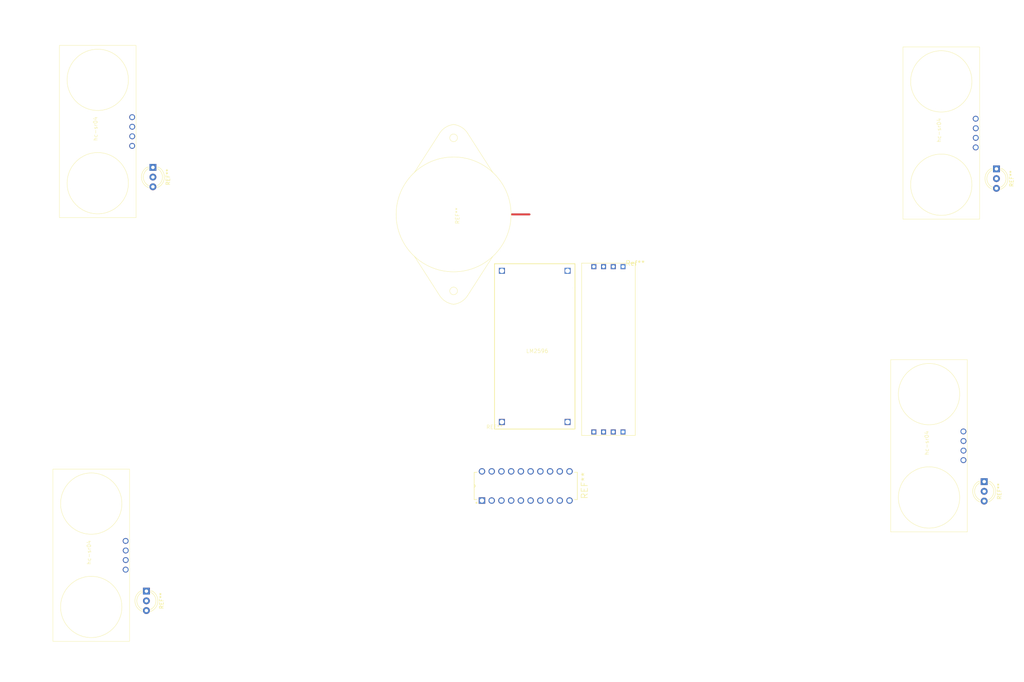
<source format=kicad_pcb>
(kicad_pcb (version 20241229) (generator "pcbnew") (generator_version "9.0")
  (layers (0 "F.Cu" signal) (2 "B.Cu" signal) (13 "F.Paste" user) (15 "B.Paste" user) (5 "F.SilkS" user "F.Silkscreen") (7 "B.SilkS" user "B.Silkscreen") (1 "F.Mask" user) (3 "B.Mask" user) (25 "Edge.Cuts" user))
  (net 0 "")
  (footprint "hc-sr04:XCVR_HC-SR04" (layer "F.Cu") (at 48.6 182.3 90)
    (property "Reference" "REF**" (hide yes))
    (property "Value" "XCVR_HC-SR04" (hide yes))
    (fp_rect (start 0 -20) (end 45 0) (stroke (width 0.1)) (fill no) (layer "F.SilkS"))
    (fp_circle (center 36 -10) (end 36 -18) (stroke (width 0.1)) (fill no) (layer "F.SilkS"))
    (fp_circle (center 9 -10) (end 17 -10) (stroke (width 0.1)) (fill no) (layer "F.SilkS"))
    (fp_text user "hc-sr04" (at 20 -10 90) (layer "F.SilkS") (effects (font (thickness 0.1)) (justify left bottom)))
    (pad "" np_thru_hole circle (at 2.5 -2.5 270) (size 2 2) (drill 2) (layers "*.Cu" "*.Mask"))
    (pad "" np_thru_hole circle (at 42.5 -17.5) (size 2 2) (drill 2) (layers "*.Cu" "*.Mask"))
    (pad "1" thru_hole circle (at 18.75 -1.019 90) (size 1.53 1.53) (drill 1.02) (layers "*.Cu" "*.Mask"))
    (pad "2" thru_hole circle (at 21.25 -1 90) (size 1.53 1.53) (drill 1.02) (layers "*.Cu" "*.Mask"))
    (pad "3" thru_hole circle (at 23.75 -1 90) (size 1.53 1.53) (drill 1.02) (layers "*.Cu" "*.Mask"))
    (pad "4" thru_hole circle (at 26.25 -1.019 90) (size 1.53 1.53) (drill 1.02) (layers "*.Cu" "*.Mask"))
  )
  (footprint "LM2596:LM2596_breakout_board" (layer "F.Cu") (at 143.875 126.815)
    (property "Reference" "REF**" (at 0 -0.5 0) (layer "F.SilkS") (effects (font (thickness 0.1))))
    (property "Value" "LM2596_breakout_board")
    (fp_rect (start 0 -43.18) (end 21 0) (stroke (width 0.2)) (fill no) (layer "F.SilkS"))
    (fp_text user "LM2596" (at 8.2 -19.8 0) (layer "F.SilkS") (effects (font (thickness 0.1)) (justify left bottom)))
    (pad "" np_thru_hole circle (at 2.54 -6.604) (size 3.2 3.2) (drill 3.2) (layers "*.Cu" "*.Mask"))
    (pad "" np_thru_hole circle (at 18.9 -36.6) (size 3.2 3.2) (drill 3.2) (layers "*.Cu" "*.Mask"))
    (pad "IN+" thru_hole rect (at 1.9275 -1.8415) (size 1.563 1.563) (drill 1.2) (layers "*.Cu" "*.Mask"))
    (pad "IN-" thru_hole rect (at 19.0725 -1.8415) (size 1.563 1.563) (drill 1.2) (layers "*.Cu" "*.Mask"))
    (pad "OUT+" thru_hole rect (at 1.9275 -41.3385) (size 1.563 1.563) (drill 1.2) (layers "*.Cu" "*.Mask"))
    (pad "OUT-" thru_hole rect (at 19.0725 -41.3385) (size 1.563 1.563) (drill 1.2) (layers "*.Cu" "*.Mask"))
  )
  (footprint "hc-sr04:XCVR_HC-SR04" (layer "F.Cu") (at 270.5 72 90)
    (property "Reference" "REF**" (hide yes))
    (property "Value" "XCVR_HC-SR04" (hide yes))
    (fp_rect (start 0 -20) (end 45 0) (stroke (width 0.1)) (fill no) (layer "F.SilkS"))
    (fp_circle (center 36 -10) (end 36 -18) (stroke (width 0.1)) (fill no) (layer "F.SilkS"))
    (fp_circle (center 9 -10) (end 17 -10) (stroke (width 0.1)) (fill no) (layer "F.SilkS"))
    (fp_text user "hc-sr04" (at 20 -10 90) (layer "F.SilkS") (effects (font (thickness 0.1)) (justify left bottom)))
    (pad "" np_thru_hole circle (at 2.5 -2.5 270) (size 2 2) (drill 2) (layers "*.Cu" "*.Mask"))
    (pad "" np_thru_hole circle (at 42.5 -17.5) (size 2 2) (drill 2) (layers "*.Cu" "*.Mask"))
    (pad "1" thru_hole circle (at 18.75 -1.019 90) (size 1.53 1.53) (drill 1.02) (layers "*.Cu" "*.Mask"))
    (pad "2" thru_hole circle (at 21.25 -1 90) (size 1.53 1.53) (drill 1.02) (layers "*.Cu" "*.Mask"))
    (pad "3" thru_hole circle (at 23.75 -1 90) (size 1.53 1.53) (drill 1.02) (layers "*.Cu" "*.Mask"))
    (pad "4" thru_hole circle (at 26.25 -1.019 90) (size 1.53 1.53) (drill 1.02) (layers "*.Cu" "*.Mask"))
  )
  (footprint "Buzzer_Beeper:SFM-27" (layer "F.Cu") (at 149.7975 94.75 90)
    (property "Reference" "REF**" (at 23.65 -15.5975 90) (layer "F.SilkS") (effects (font (thickness 0.1))))
    (property "Value" "SFM-27")
    (fp_line (start 24 -1.4) (end 24 3.2) (stroke (width 0.51)) (layer "F.Cu"))
    (fp_line (start 35 -26.8) (end 45.213602 -20.246272) (stroke (width 0.1)) (layer "F.SilkS"))
    (fp_line (start 13.006801 -26.799341) (end 2.793199 -20.245613) (stroke (width 0.1)) (layer "F.SilkS"))
    (fp_line (start 47.416263 -17.018683) (end 47.5 -16.6) (stroke (width 0.1)) (layer "F.SilkS"))
    (fp_line (start 0.590538 -17.018024) (end 0.506801 -16.599341) (stroke (width 0.1)) (layer "F.SilkS"))
    (fp_line (start 47.416263 -16.181317) (end 47.5 -16.6) (stroke (width 0.1)) (layer "F.SilkS"))
    (fp_line (start 0.590538 -16.180658) (end 0.506801 -16.599341) (stroke (width 0.1)) (layer "F.SilkS"))
    (fp_line (start 35 -6.4) (end 45.213602 -12.953728) (stroke (width 0.1)) (layer "F.SilkS"))
    (fp_line (start 13.006801 -6.399341) (end 2.793199 -12.953069) (stroke (width 0.1)) (layer "F.SilkS"))
    (fp_arc (start 45.213602 -20.246272) (mid 46.643297 -18.856567) (end 47.416263 -17.018683) (stroke (width 0.1)) (layer "F.SilkS"))
    (fp_arc (start 0.590538 -17.018024) (mid 1.363504 -18.85591) (end 2.793199 -20.245613) (stroke (width 0.1)) (layer "F.SilkS"))
    (fp_arc (start 47.416263 -16.181317) (mid 46.643296 -14.343432) (end 45.213602 -12.953728) (stroke (width 0.1)) (layer "F.SilkS"))
    (fp_arc (start 2.793199 -12.953069) (mid 1.363503 -14.342772) (end 0.590538 -16.180658) (stroke (width 0.1)) (layer "F.SilkS"))
    (fp_circle (center 44 -16.6) (end 45 -16.59) (stroke (width 0.1)) (fill no) (layer "F.SilkS"))
    (fp_circle (center 24 -16.6) (end 39 -16.6) (stroke (width 0.1)) (fill no) (layer "F.SilkS"))
    (fp_circle (center 4.00995 -16.6) (end 5.00995 -16.59) (stroke (width 0.1)) (fill no) (layer "F.SilkS"))
  )
  (footprint "LED_THT:LED_D5.0mm-3" (layer "F.Cu") (at 54.7 58.46 -90)
    (property "Reference" "REF**" (at 2.54 -3.96 90) (layer "F.SilkS"))
    (property "Value" "LED_D5.0mm-3")
    (fp_line (start -0.02 1.08) (end -0.02 1.545) (stroke (width 0.12)) (layer "F.SilkS"))
    (fp_line (start -0.02 -1.545) (end -0.02 -1.08) (stroke (width 0.12)) (layer "F.SilkS"))
    (fp_arc (start 4.794684 1.08) (mid 2.54 2.5) (end 0.285316 1.08) (stroke (width 0.12)) (layer "F.SilkS"))
    (fp_arc (start 5.328136 1.08) (mid 2.798898 2.97877) (end -0.02 1.54483) (stroke (width 0.12)) (layer "F.SilkS"))
    (fp_arc (start 0.285316 -1.08) (mid 2.54 -2.5) (end 4.794684 -1.08) (stroke (width 0.12)) (layer "F.SilkS"))
    (fp_arc (start -0.02 -1.54483) (mid 2.798898 -2.97877) (end 5.328136 -1.08) (stroke (width 0.12)) (layer "F.SilkS"))
    (pad "1" thru_hole rect (at 0 0 270) (size 1.8 1.8) (drill 0.9) (layers "*.Cu" "*.Mask"))
    (pad "2" thru_hole circle (at 2.54 0 270) (size 1.8 1.8) (drill 0.9) (layers "*.Cu" "*.Mask"))
    (pad "3" thru_hole circle (at 5.08 0 270) (size 1.8 1.8) (drill 0.9) (layers "*.Cu" "*.Mask"))
  )
  (footprint "max485_breakout_board:max485" (layer "F.Cu") (at 180.60675 83.49325 180)
    (property "Reference" "Ref**" (at 0 0 0) (layer "F.SilkS") (effects (font (size 1.27 1.27))))
    (property "Value" "Val**")
    (fp_line (start 14 0) (end 0 0) (stroke (width 0.127)) (layer "F.SilkS"))
    (fp_line (start 14 -45) (end 14 0) (stroke (width 0.127)) (layer "F.SilkS"))
    (fp_line (start 0 0) (end 0 -45) (stroke (width 0.127)) (layer "F.SilkS"))
    (fp_line (start 0 -45) (end 14 -45) (stroke (width 0.127)) (layer "F.SilkS"))
    (fp_text user "max485" (at 10.63 -19.41 0) (layer "Edge.Cuts") (effects (font (size 1.1684 1.1684) (thickness 0.1016)) (justify left bottom)))
    (pad "A" thru_hole rect (at 5.73 -0.91 180) (size 1.308 1.308) (drill 0.8) (layers "*.Cu" "*.Mask"))
    (pad "B" thru_hole rect (at 8.27 -0.91 180) (size 1.308 1.308) (drill 0.8) (layers "*.Cu" "*.Mask"))
    (pad "DE" thru_hole rect (at 5.73 -44.09 180) (size 1.308 1.308) (drill 0.8) (layers "*.Cu" "*.Mask"))
    (pad "DI" thru_hole rect (at 3.19 -44.09 180) (size 1.308 1.308) (drill 0.8) (layers "*.Cu" "*.Mask"))
    (pad "GND" thru_hole rect (at 3.19 -0.91 180) (size 1.308 1.308) (drill 0.8) (layers "*.Cu" "*.Mask"))
    (pad "R0" thru_hole rect (at 10.81 -44.09 180) (size 1.308 1.308) (drill 0.8) (layers "*.Cu" "*.Mask"))
    (pad "RE" thru_hole rect (at 8.27 -44.09 180) (size 1.308 1.308) (drill 0.8) (layers "*.Cu" "*.Mask"))
    (pad "VCC" thru_hole rect (at 10.81 -0.91 180) (size 1.308 1.308) (drill 0.8) (layers "*.Cu" "*.Mask"))
  )
  (footprint "LED_THT:LED_D5.0mm-3" (layer "F.Cu") (at 53 169.16 -90)
    (property "Reference" "REF**" (at 2.54 -3.96 90) (layer "F.SilkS"))
    (property "Value" "LED_D5.0mm-3")
    (fp_line (start -0.02 1.08) (end -0.02 1.545) (stroke (width 0.12)) (layer "F.SilkS"))
    (fp_line (start -0.02 -1.545) (end -0.02 -1.08) (stroke (width 0.12)) (layer "F.SilkS"))
    (fp_arc (start 4.794684 1.08) (mid 2.54 2.5) (end 0.285316 1.08) (stroke (width 0.12)) (layer "F.SilkS"))
    (fp_arc (start 5.328136 1.08) (mid 2.798898 2.97877) (end -0.02 1.54483) (stroke (width 0.12)) (layer "F.SilkS"))
    (fp_arc (start 0.285316 -1.08) (mid 2.54 -2.5) (end 4.794684 -1.08) (stroke (width 0.12)) (layer "F.SilkS"))
    (fp_arc (start -0.02 -1.54483) (mid 2.798898 -2.97877) (end 5.328136 -1.08) (stroke (width 0.12)) (layer "F.SilkS"))
    (pad "1" thru_hole rect (at 0 0 270) (size 1.8 1.8) (drill 0.9) (layers "*.Cu" "*.Mask"))
    (pad "2" thru_hole circle (at 2.54 0 270) (size 1.8 1.8) (drill 0.9) (layers "*.Cu" "*.Mask"))
    (pad "3" thru_hole circle (at 5.08 0 270) (size 1.8 1.8) (drill 0.9) (layers "*.Cu" "*.Mask"))
  )
  (footprint "hc-sr04:XCVR_HC-SR04" (layer "F.Cu") (at 50.3 71.6 90)
    (property "Reference" "REF**" (hide yes))
    (property "Value" "XCVR_HC-SR04" (hide yes))
    (fp_rect (start 0 -20) (end 45 0) (stroke (width 0.1)) (fill no) (layer "F.SilkS"))
    (fp_circle (center 36 -10) (end 36 -18) (stroke (width 0.1)) (fill no) (layer "F.SilkS"))
    (fp_circle (center 9 -10) (end 17 -10) (stroke (width 0.1)) (fill no) (layer "F.SilkS"))
    (fp_text user "hc-sr04" (at 20 -10 90) (layer "F.SilkS") (effects (font (thickness 0.1)) (justify left bottom)))
    (pad "" np_thru_hole circle (at 2.5 -2.5 270) (size 2 2) (drill 2) (layers "*.Cu" "*.Mask"))
    (pad "" np_thru_hole circle (at 42.5 -17.5) (size 2 2) (drill 2) (layers "*.Cu" "*.Mask"))
    (pad "1" thru_hole circle (at 18.75 -1.019 90) (size 1.53 1.53) (drill 1.02) (layers "*.Cu" "*.Mask"))
    (pad "2" thru_hole circle (at 21.25 -1 90) (size 1.53 1.53) (drill 1.02) (layers "*.Cu" "*.Mask"))
    (pad "3" thru_hole circle (at 23.75 -1 90) (size 1.53 1.53) (drill 1.02) (layers "*.Cu" "*.Mask"))
    (pad "4" thru_hole circle (at 26.25 -1.019 90) (size 1.53 1.53) (drill 1.02) (layers "*.Cu" "*.Mask"))
  )
  (footprint "LED_THT:LED_D5.0mm-3" (layer "F.Cu") (at 274.9 58.86 -90)
    (property "Reference" "REF**" (at 2.54 -3.96 90) (layer "F.SilkS"))
    (property "Value" "LED_D5.0mm-3")
    (fp_line (start -0.02 1.08) (end -0.02 1.545) (stroke (width 0.12)) (layer "F.SilkS"))
    (fp_line (start -0.02 -1.545) (end -0.02 -1.08) (stroke (width 0.12)) (layer "F.SilkS"))
    (fp_arc (start 4.794684 1.08) (mid 2.54 2.5) (end 0.285316 1.08) (stroke (width 0.12)) (layer "F.SilkS"))
    (fp_arc (start 5.328136 1.08) (mid 2.798898 2.97877) (end -0.02 1.54483) (stroke (width 0.12)) (layer "F.SilkS"))
    (fp_arc (start 0.285316 -1.08) (mid 2.54 -2.5) (end 4.794684 -1.08) (stroke (width 0.12)) (layer "F.SilkS"))
    (fp_arc (start -0.02 -1.54483) (mid 2.798898 -2.97877) (end 5.328136 -1.08) (stroke (width 0.12)) (layer "F.SilkS"))
    (pad "1" thru_hole rect (at 0 0 270) (size 1.8 1.8) (drill 0.9) (layers "*.Cu" "*.Mask"))
    (pad "2" thru_hole circle (at 2.54 0 270) (size 1.8 1.8) (drill 0.9) (layers "*.Cu" "*.Mask"))
    (pad "3" thru_hole circle (at 5.08 0 270) (size 1.8 1.8) (drill 0.9) (layers "*.Cu" "*.Mask"))
  )
  (footprint "hc-sr04:XCVR_HC-SR04" (layer "F.Cu") (at 267.3 153.7 90)
    (property "Reference" "REF**" (hide yes))
    (property "Value" "XCVR_HC-SR04" (hide yes))
    (fp_rect (start 0 -20) (end 45 0) (stroke (width 0.1)) (fill no) (layer "F.SilkS"))
    (fp_circle (center 36 -10) (end 36 -18) (stroke (width 0.1)) (fill no) (layer "F.SilkS"))
    (fp_circle (center 9 -10) (end 17 -10) (stroke (width 0.1)) (fill no) (layer "F.SilkS"))
    (fp_text user "hc-sr04" (at 20 -10 90) (layer "F.SilkS") (effects (font (thickness 0.1)) (justify left bottom)))
    (pad "" np_thru_hole circle (at 2.5 -2.5 270) (size 2 2) (drill 2) (layers "*.Cu" "*.Mask"))
    (pad "" np_thru_hole circle (at 42.5 -17.5) (size 2 2) (drill 2) (layers "*.Cu" "*.Mask"))
    (pad "1" thru_hole circle (at 18.75 -1.019 90) (size 1.53 1.53) (drill 1.02) (layers "*.Cu" "*.Mask"))
    (pad "2" thru_hole circle (at 21.25 -1 90) (size 1.53 1.53) (drill 1.02) (layers "*.Cu" "*.Mask"))
    (pad "3" thru_hole circle (at 23.75 -1 90) (size 1.53 1.53) (drill 1.02) (layers "*.Cu" "*.Mask"))
    (pad "4" thru_hole circle (at 26.25 -1.019 90) (size 1.53 1.53) (drill 1.02) (layers "*.Cu" "*.Mask"))
  )
  (footprint "LED_THT:LED_D5.0mm-3" (layer "F.Cu") (at 271.7 140.56 -90)
    (property "Reference" "REF**" (at 2.54 -3.96 90) (layer "F.SilkS"))
    (property "Value" "LED_D5.0mm-3")
    (fp_line (start -0.02 1.08) (end -0.02 1.545) (stroke (width 0.12)) (layer "F.SilkS"))
    (fp_line (start -0.02 -1.545) (end -0.02 -1.08) (stroke (width 0.12)) (layer "F.SilkS"))
    (fp_arc (start 4.794684 1.08) (mid 2.54 2.5) (end 0.285316 1.08) (stroke (width 0.12)) (layer "F.SilkS"))
    (fp_arc (start 5.328136 1.08) (mid 2.798898 2.97877) (end -0.02 1.54483) (stroke (width 0.12)) (layer "F.SilkS"))
    (fp_arc (start 0.285316 -1.08) (mid 2.54 -2.5) (end 4.794684 -1.08) (stroke (width 0.12)) (layer "F.SilkS"))
    (fp_arc (start -0.02 -1.54483) (mid 2.798898 -2.97877) (end 5.328136 -1.08) (stroke (width 0.12)) (layer "F.SilkS"))
    (pad "1" thru_hole rect (at 0 0 270) (size 1.8 1.8) (drill 0.9) (layers "*.Cu" "*.Mask"))
    (pad "2" thru_hole circle (at 2.54 0 270) (size 1.8 1.8) (drill 0.9) (layers "*.Cu" "*.Mask"))
    (pad "3" thru_hole circle (at 5.08 0 270) (size 1.8 1.8) (drill 0.9) (layers "*.Cu" "*.Mask"))
  )
  (footprint "ATtiny2313:DIP254P762X533-20" (layer "F.Cu") (at 163.46 137.88 90)
    (property "Reference" "REF**" (at -3.7 3.92 90) (layer "F.SilkS") (effects (font (size 1.64 1.64))))
    (property "Value" "DIP254P762X533-20")
    (fp_line (start -0.254 -24.892) (end -3.5052 -24.892) (stroke (width 0.1524)) (layer "F.SilkS"))
    (fp_line (start -3.5052 -24.892) (end -4.1148 -24.892) (stroke (width 0.1524)) (layer "F.SilkS"))
    (fp_line (start -4.1148 -24.892) (end -7.366 -24.892) (stroke (width 0.1524)) (layer "F.SilkS"))
    (fp_line (start -7.366 -24.892) (end -7.366 -24.1808) (stroke (width 0.1524)) (layer "F.SilkS"))
    (fp_line (start -0.254 -24.1554) (end -0.254 -24.892) (stroke (width 0.1524)) (layer "F.SilkS"))
    (fp_line (start -7.366 1.2954) (end -7.366 2.032) (stroke (width 0.1524)) (layer "F.SilkS"))
    (fp_line (start -0.254 2.032) (end -0.254 1.2954) (stroke (width 0.1524)) (layer "F.SilkS"))
    (fp_line (start -7.366 2.032) (end -0.254 2.032) (stroke (width 0.1524)) (layer "F.SilkS"))
    (fp_arc (start -3.5052 -24.892) (mid -3.81 -24.5872) (end -4.1148 -24.892) (stroke (width 0.1524)) (layer "F.SilkS"))
    (fp_text user "*" (at -8.2042 -23.9776 90) (layer "F.SilkS"))
    (pad "1" thru_hole rect (at -7.62 -22.86 90) (size 1.6764 1.6764) (drill 1.1176) (layers "*.Cu" "*.Mask"))
    (pad "2" thru_hole circle (at -7.62 -20.32 90) (size 1.6764 1.6764) (drill 1.1176) (layers "*.Cu" "*.Mask"))
    (pad "3" thru_hole circle (at -7.62 -17.78 90) (size 1.6764 1.6764) (drill 1.1176) (layers "*.Cu" "*.Mask"))
    (pad "4" thru_hole circle (at -7.62 -15.24 90) (size 1.6764 1.6764) (drill 1.1176) (layers "*.Cu" "*.Mask"))
    (pad "5" thru_hole circle (at -7.62 -12.7 90) (size 1.6764 1.6764) (drill 1.1176) (layers "*.Cu" "*.Mask"))
    (pad "6" thru_hole circle (at -7.62 -10.16 90) (size 1.6764 1.6764) (drill 1.1176) (layers "*.Cu" "*.Mask"))
    (pad "7" thru_hole circle (at -7.62 -7.62 90) (size 1.6764 1.6764) (drill 1.1176) (layers "*.Cu" "*.Mask"))
    (pad "8" thru_hole circle (at -7.62 -5.08 90) (size 1.6764 1.6764) (drill 1.1176) (layers "*.Cu" "*.Mask"))
    (pad "9" thru_hole circle (at -7.62 -2.54 90) (size 1.6764 1.6764) (drill 1.1176) (layers "*.Cu" "*.Mask"))
    (pad "10" thru_hole circle (at -7.62 0 90) (size 1.6764 1.6764) (drill 1.1176) (layers "*.Cu" "*.Mask"))
    (pad "11" thru_hole circle (at 0 0 90) (size 1.6764 1.6764) (drill 1.1176) (layers "*.Cu" "*.Mask"))
    (pad "12" thru_hole circle (at 0 -2.54 90) (size 1.6764 1.6764) (drill 1.1176) (layers "*.Cu" "*.Mask"))
    (pad "13" thru_hole circle (at 0 -5.08 90) (size 1.6764 1.6764) (drill 1.1176) (layers "*.Cu" "*.Mask"))
    (pad "14" thru_hole circle (at 0 -7.62 90) (size 1.6764 1.6764) (drill 1.1176) (layers "*.Cu" "*.Mask"))
    (pad "15" thru_hole circle (at 0 -10.16 90) (size 1.6764 1.6764) (drill 1.1176) (layers "*.Cu" "*.Mask"))
    (pad "16" thru_hole circle (at 0 -12.7 90) (size 1.6764 1.6764) (drill 1.1176) (layers "*.Cu" "*.Mask"))
    (pad "17" thru_hole circle (at 0 -15.24 90) (size 1.6764 1.6764) (drill 1.1176) (layers "*.Cu" "*.Mask"))
    (pad "18" thru_hole circle (at 0 -17.78 90) (size 1.6764 1.6764) (drill 1.1176) (layers "*.Cu" "*.Mask"))
    (pad "19" thru_hole circle (at 0 -20.32 90) (size 1.6764 1.6764) (drill 1.1176) (layers "*.Cu" "*.Mask"))
    (pad "20" thru_hole circle (at 0 -22.86 90) (size 1.6764 1.6764) (drill 1.1176) (layers "*.Cu" "*.Mask"))
  )
)
</source>
